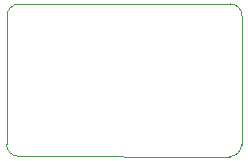
<source format=gbr>
G04 #@! TF.GenerationSoftware,KiCad,Pcbnew,(5.99.0-1406-gfd59660ec)*
G04 #@! TF.CreationDate,2020-04-24T11:46:26+02:00*
G04 #@! TF.ProjectId,flex-dip-v5-py,666c6578-2d64-4697-902d-76352d70792e,rev?*
G04 #@! TF.SameCoordinates,Original*
G04 #@! TF.FileFunction,Profile,NP*
%FSLAX46Y46*%
G04 Gerber Fmt 4.6, Leading zero omitted, Abs format (unit mm)*
G04 Created by KiCad (PCBNEW (5.99.0-1406-gfd59660ec)) date 2020-04-24 11:46:26*
%MOMM*%
%LPD*%
G01*
G04 APERTURE LIST*
G04 #@! TA.AperFunction,Profile*
%ADD10C,0.100000*%
G04 #@! TD*
G04 APERTURE END LIST*
D10*
X109918500Y-73771760D02*
X127782320Y-73784460D01*
X127817880Y-60848240D02*
X109954060Y-60876180D01*
X128800860Y-72765920D02*
X128836420Y-61866780D01*
X108935520Y-61894720D02*
X108899960Y-72755760D01*
X109918500Y-73771760D02*
G75*
G02*
X108899960Y-72753220I0J1018540D01*
G01*
X128800860Y-72765920D02*
G75*
G02*
X127782320Y-73784460I-1018540J0D01*
G01*
X127817880Y-60848240D02*
G75*
G02*
X128836420Y-61866780I0J-1018540D01*
G01*
X108935520Y-61894720D02*
G75*
G02*
X109954060Y-60876180I1018540J0D01*
G01*
M02*

</source>
